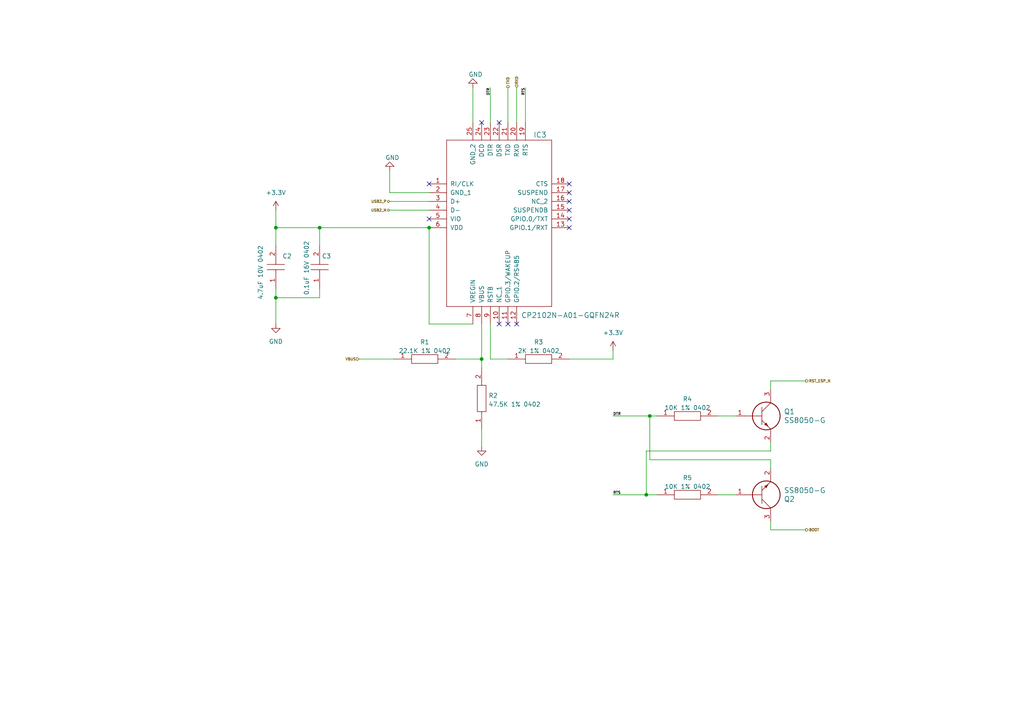
<source format=kicad_sch>
(kicad_sch (version 20211123) (generator eeschema)
  (paper "A4")
  (title_block (date "2021-11-15") (rev "v2.0"))
  (lib_symbols
    (symbol "esp32_moisture-eagle-import:CP2102N-A01-GQFN24R" (pin_names (offset 1.016))
      (property "Reference" "IC" (at 36.83 17.78 0))
      (property "Value" "CP2102N-A01-GQFN24R" (at 36.83 15.24 0))
      (symbol "CP2102N-A01-GQFN24R_1_0"
        (polyline (pts (xy 5.08 12.7) (xy 5.08 -35.56)))
        (polyline (pts (xy 5.08 12.7) (xy 35.56 12.7)))
        (polyline (pts (xy 35.56 -35.56) (xy 5.08 -35.56)))
        (polyline (pts (xy 35.56 -35.56) (xy 35.56 12.7)))
        (pin bidirectional line (at 0 0 0) (length 5.08) (name "RI/CLK") (number "1"))
        (pin bidirectional line (at 20.32 -40.64 90) (length 5.08) (name "NC_1") (number "10"))
        (pin bidirectional line (at 22.86 -40.64 90) (length 5.08) (name "GPIO.3/WAKEUP") (number "11"))
        (pin bidirectional line (at 25.4 -40.64 90) (length 5.08) (name "GPIO.2/RS485") (number "12"))
        (pin bidirectional line (at 40.64 -12.7 180) (length 5.08) (name "GPIO.1/RXT") (number "13"))
        (pin bidirectional line (at 40.64 -10.16 180) (length 5.08) (name "GPIO.0/TXT") (number "14"))
        (pin bidirectional line (at 40.64 -7.62 180) (length 5.08) (name "SUSPENDB") (number "15"))
        (pin bidirectional line (at 40.64 -5.08 180) (length 5.08) (name "NC_2") (number "16"))
        (pin bidirectional line (at 40.64 -2.54 180) (length 5.08) (name "SUSPEND") (number "17"))
        (pin bidirectional line (at 40.64 0 180) (length 5.08) (name "CTS") (number "18"))
        (pin bidirectional line (at 27.94 17.78 270) (length 5.08) (name "RTS") (number "19"))
        (pin bidirectional line (at 0 -2.54 0) (length 5.08) (name "GND_1") (number "2"))
        (pin bidirectional line (at 25.4 17.78 270) (length 5.08) (name "RXD") (number "20"))
        (pin bidirectional line (at 22.86 17.78 270) (length 5.08) (name "TXD") (number "21"))
        (pin bidirectional line (at 20.32 17.78 270) (length 5.08) (name "DSR") (number "22"))
        (pin bidirectional line (at 17.78 17.78 270) (length 5.08) (name "DTR") (number "23"))
        (pin bidirectional line (at 15.24 17.78 270) (length 5.08) (name "DCD") (number "24"))
        (pin bidirectional line (at 12.7 17.78 270) (length 5.08) (name "GND_2") (number "25"))
        (pin bidirectional line (at 0 -5.08 0) (length 5.08) (name "D+") (number "3"))
        (pin bidirectional line (at 0 -7.62 0) (length 5.08) (name "D-") (number "4"))
        (pin bidirectional line (at 0 -10.16 0) (length 5.08) (name "VIO") (number "5"))
        (pin bidirectional line (at 0 -12.7 0) (length 5.08) (name "VDD") (number "6"))
        (pin bidirectional line (at 12.7 -40.64 90) (length 5.08) (name "VREGIN") (number "7"))
        (pin bidirectional line (at 15.24 -40.64 90) (length 5.08) (name "VBUS") (number "8"))
        (pin bidirectional line (at 17.78 -40.64 90) (length 5.08) (name "RSTB") (number "9"))
      )
    )
    (symbol "esp32_moisture-eagle-import:SS8050-G" (pin_names (offset 1.016))
      (property "Reference" "Q" (at 13.97 1.27 0))
      (property "Value" "SS8050-G" (at 13.97 -1.27 0))
      (symbol "SS8050-G_1_0"
        (polyline (pts (xy 2.54 0) (xy 7.62 0)))
        (polyline (pts (xy 7.62 -1.27) (xy 10.16 -3.81)))
        (polyline (pts (xy 7.62 1.27) (xy 10.16 3.81)))
        (polyline (pts (xy 7.62 2.54) (xy 7.62 -2.54)))
        (polyline (pts (xy 10.16 -3.81) (xy 10.16 -5.08)))
        (polyline (pts (xy 10.16 3.81) (xy 10.16 5.08)))
        (polyline (pts (xy 8.382 -2.54) (xy 8.89 -2.032) (xy 9.398 -3.048)) (fill (type outline)))
        (circle (center 8.89 0) (radius 4.0132) (stroke (width 0.254)))
        (pin bidirectional line (at 0 0 0) (length 2.54) (name "B") (number "1"))
        (pin bidirectional line (at 10.16 -7.62 90) (length 2.54) (name "E") (number "2"))
        (pin bidirectional line (at 10.16 7.62 270) (length 2.54) (name "C") (number "3"))
      )
    )
    (symbol "my_cap:0.1uF 16V 0402" (pin_names (offset 0.762))
      (property "Reference" "C" (at 8.89 6.35 0))
      (property "Value" "0.1uF 16V 0402" (at 8.89 3.81 0))
      (symbol "0.1uF 16V 0402_0_0"
        (pin passive line (at 0 0 0) (length 5.08) (name "~") (number "1"))
        (pin passive line (at 12.7 0 180) (length 5.08) (name "~") (number "2"))
      )
      (symbol "0.1uF 16V 0402_0_1"
        (polyline (pts (xy 5.08 0) (xy 5.588 0)) (stroke (width 0.1524)))
        (polyline (pts (xy 5.588 2.54) (xy 5.588 -2.54)) (stroke (width 0.1524)))
        (polyline (pts (xy 7.112 0) (xy 7.62 0)) (stroke (width 0.1524)))
        (polyline (pts (xy 7.112 2.54) (xy 7.112 -2.54)) (stroke (width 0.1524)))
      )
    )
    (symbol "my_cap:4.7uF 10V 0402" (pin_names (offset 0.762))
      (property "Reference" "C" (at 8.89 6.35 0))
      (property "Value" "4.7uF 10V 0402" (at 8.89 3.81 0))
      (symbol "4.7uF 10V 0402_0_0"
        (pin passive line (at 0 0 0) (length 5.08) (name "~") (number "1"))
        (pin passive line (at 12.7 0 180) (length 5.08) (name "~") (number "2"))
      )
      (symbol "4.7uF 10V 0402_0_1"
        (polyline (pts (xy 5.08 0) (xy 5.588 0)) (stroke (width 0.1524)))
        (polyline (pts (xy 5.588 2.54) (xy 5.588 -2.54)) (stroke (width 0.1524)))
        (polyline (pts (xy 7.112 0) (xy 7.62 0)) (stroke (width 0.1524)))
        (polyline (pts (xy 7.112 2.54) (xy 7.112 -2.54)) (stroke (width 0.1524)))
      )
    )
    (symbol "my_res:10K 1% 0402" (pin_names (offset 0.762))
      (property "Reference" "R" (at 13.97 6.35 0))
      (property "Value" "10K 1% 0402" (at 13.97 3.81 0))
      (symbol "10K 1% 0402_0_0"
        (pin passive line (at 0 0 0) (length 5.08) (name "~") (number "1"))
        (pin passive line (at 17.78 0 180) (length 5.08) (name "~") (number "2"))
      )
      (symbol "10K 1% 0402_0_1"
        (polyline (pts (xy 5.08 1.27) (xy 12.7 1.27) (xy 12.7 -1.27) (xy 5.08 -1.27) (xy 5.08 1.27)) (stroke (width 0.1524)))
      )
    )
    (symbol "my_res:22.1K 1% 0402" (pin_names (offset 0.762))
      (property "Reference" "R" (at 13.97 6.35 0))
      (property "Value" "22.1K 1% 0402" (at 13.97 3.81 0))
      (symbol "22.1K 1% 0402_0_0"
        (pin passive line (at 0 0 0) (length 5.08) (name "~") (number "1"))
        (pin passive line (at 17.78 0 180) (length 5.08) (name "~") (number "2"))
      )
      (symbol "22.1K 1% 0402_0_1"
        (polyline (pts (xy 5.08 1.27) (xy 12.7 1.27) (xy 12.7 -1.27) (xy 5.08 -1.27) (xy 5.08 1.27)) (stroke (width 0.1524)))
      )
    )
    (symbol "my_res:2K 1% 0402" (pin_names (offset 0.762))
      (property "Reference" "R" (at 13.97 6.35 0))
      (property "Value" "2K 1% 0402" (at 13.97 3.81 0))
      (symbol "2K 1% 0402_0_0"
        (pin passive line (at 0 0 0) (length 5.08) (name "~") (number "1"))
        (pin passive line (at 17.78 0 180) (length 5.08) (name "~") (number "2"))
      )
      (symbol "2K 1% 0402_0_1"
        (polyline (pts (xy 5.08 1.27) (xy 12.7 1.27) (xy 12.7 -1.27) (xy 5.08 -1.27) (xy 5.08 1.27)) (stroke (width 0.1524)))
      )
    )
    (symbol "my_res:47.5K 1% 0402 " (pin_names (offset 0.762))
      (property "Reference" "R" (at 13.97 6.35 0))
      (property "Value" "47.5K 1% 0402 " (at 13.97 3.81 0))
      (symbol "47.5K 1% 0402 _0_0"
        (pin passive line (at 0 0 0) (length 5.08) (name "~") (number "1"))
        (pin passive line (at 17.78 0 180) (length 5.08) (name "~") (number "2"))
      )
      (symbol "47.5K 1% 0402 _0_1"
        (polyline (pts (xy 5.08 1.27) (xy 12.7 1.27) (xy 12.7 -1.27) (xy 5.08 -1.27) (xy 5.08 1.27)) (stroke (width 0.1524)))
      )
    )
    (symbol "power:+3.3V" (power) (pin_names (offset 0))
      (property "Value" "+3.3V" (at 0 3.556 0))
      (symbol "+3.3V_0_1"
        (polyline (pts (xy -0.762 1.27) (xy 0 2.54)))
        (polyline (pts (xy 0 0) (xy 0 2.54)))
        (polyline (pts (xy 0 2.54) (xy 0.762 1.27)))
      )
      (symbol "+3.3V_1_1"
        (pin power_in line (at 0 0 90) (length 0) hide (name "+3.3V") (number "1"))
      )
    )
    (symbol "power:GND" (power) (pin_names (offset 0))
      (property "Value" "GND" (at 0 -3.81 0))
      (symbol "GND_0_1"
        (polyline (pts (xy 0 0) (xy 0 -1.27) (xy 1.27 -1.27) (xy 0 -2.54) (xy -1.27 -1.27) (xy 0 -1.27)))
      )
      (symbol "GND_1_1"
        (pin power_in line (at 0 0 270) (length 0) hide (name "GND") (number "1"))
      )
    )
  )
  (junction (at 92.71 66.04))
  (junction (at 139.7 104.14))
  (junction (at 124.46 66.04))
  (junction (at 80.01 66.04))
  (junction (at 187.452 143.51))
  (junction (at 80.01 86.36))
  (junction (at 188.468 120.65))
  (no_connect (at 165.1 66.04))
  (no_connect (at 165.1 63.5))
  (no_connect (at 124.46 63.5))
  (no_connect (at 124.46 53.34))
  (no_connect (at 144.78 35.56))
  (no_connect (at 139.7 35.56))
  (no_connect (at 165.1 53.34))
  (no_connect (at 165.1 55.88))
  (no_connect (at 165.1 58.42))
  (no_connect (at 165.1 60.96))
  (no_connect (at 144.78 93.98))
  (no_connect (at 147.32 93.98))
  (no_connect (at 149.86 93.98))
  (wire (pts (xy 223.52 113.03) (xy 223.52 110.49)))
  (wire (pts (xy 213.36 120.65) (xy 208.28 120.65)))
  (wire (pts (xy 113.03 55.88) (xy 124.46 55.88)))
  (wire (pts (xy 124.46 66.04) (xy 92.71 66.04)))
  (wire (pts (xy 114.3 104.14) (xy 104.14 104.14)))
  (wire (pts (xy 223.52 110.49) (xy 233.68 110.49)))
  (wire (pts (xy 139.7 129.54) (xy 139.7 124.46)))
  (wire (pts (xy 147.32 35.56) (xy 147.32 25.4)))
  (wire (pts (xy 190.5 120.65) (xy 188.468 120.65)))
  (wire (pts (xy 223.52 153.67) (xy 233.68 153.67)))
  (wire (pts (xy 165.1 104.14) (xy 177.8 104.14)))
  (wire (pts (xy 187.452 143.51) (xy 177.8 143.51)))
  (wire (pts (xy 92.71 71.12) (xy 92.71 66.04)))
  (wire (pts (xy 80.01 71.12) (xy 80.01 66.04)))
  (wire (pts (xy 188.468 133.35) (xy 188.468 120.65)))
  (wire (pts (xy 92.71 83.82) (xy 92.71 86.36)))
  (wire (pts (xy 147.32 104.14) (xy 142.24 104.14)))
  (wire (pts (xy 92.71 66.04) (xy 80.01 66.04)))
  (wire (pts (xy 187.452 143.51) (xy 187.452 130.81)))
  (wire (pts (xy 223.52 130.81) (xy 223.52 128.27)))
  (wire (pts (xy 113.03 49.53) (xy 113.03 55.88)))
  (wire (pts (xy 124.46 58.42) (xy 113.03 58.42)))
  (wire (pts (xy 187.452 130.81) (xy 223.52 130.81)))
  (wire (pts (xy 124.46 66.04) (xy 124.46 93.98)))
  (wire (pts (xy 188.468 133.35) (xy 223.52 133.35)))
  (wire (pts (xy 213.36 143.51) (xy 208.28 143.51)))
  (wire (pts (xy 124.46 60.96) (xy 113.03 60.96)))
  (wire (pts (xy 139.7 104.14) (xy 139.7 106.68)))
  (wire (pts (xy 149.86 35.56) (xy 149.86 25.4)))
  (wire (pts (xy 223.52 133.35) (xy 223.52 135.89)))
  (wire (pts (xy 223.52 151.13) (xy 223.52 153.67)))
  (wire (pts (xy 139.7 93.98) (xy 139.7 104.14)))
  (wire (pts (xy 142.24 35.56) (xy 142.24 25.4)))
  (wire (pts (xy 132.08 104.14) (xy 139.7 104.14)))
  (wire (pts (xy 177.8 104.14) (xy 177.8 101.6)))
  (wire (pts (xy 92.71 86.36) (xy 80.01 86.36)))
  (wire (pts (xy 80.01 93.98) (xy 80.01 86.36)))
  (wire (pts (xy 137.16 35.56) (xy 137.16 25.4)))
  (wire (pts (xy 142.24 104.14) (xy 142.24 93.98)))
  (wire (pts (xy 80.01 86.36) (xy 80.01 83.82)))
  (wire (pts (xy 124.46 93.98) (xy 137.16 93.98)))
  (wire (pts (xy 152.4 35.56) (xy 152.4 25.4)))
  (wire (pts (xy 188.468 120.65) (xy 177.8 120.65)))
  (wire (pts (xy 190.5 143.51) (xy 187.452 143.51)))
  (wire (pts (xy 80.01 60.96) (xy 80.01 66.04)))
  (label "RTS" (at 152.4 25.4 270) (effects (font (size 0.762 0.762))))
  (label "RTS" (at 177.8 143.51 0) (effects (font (size 0.762 0.762))))
  (label "DTR" (at 177.8 120.65 0) (effects (font (size 0.762 0.762))))
  (label "DTR" (at 142.24 25.4 270) (effects (font (size 0.762 0.762))))
  (hierarchical_label "USB2_P" (shape bidirectional) (at 113.03 58.42 180) (effects (font (size 0.762 0.762))))
  (hierarchical_label "BOOT" (shape output) (at 233.68 153.67 0) (effects (font (size 0.762 0.762))))
  (hierarchical_label "USB2_N" (shape bidirectional) (at 113.03 60.96 180) (effects (font (size 0.762 0.762))))
  (hierarchical_label "VBUS" (shape input) (at 104.14 104.14 180) (effects (font (size 0.762 0.762))))
  (hierarchical_label "TXD" (shape output) (at 147.32 25.4 90) (effects (font (size 0.762 0.762))))
  (hierarchical_label "RXD" (shape input) (at 149.86 25.4 90) (effects (font (size 0.762 0.762))))
  (hierarchical_label "RST_ESP_N" (shape output) (at 233.68 110.49 0) (effects (font (size 0.762 0.762))))
  (symbol (lib_id "esp32_moisture-eagle-import:CP2102N-A01-GQFN24R") (at 124.46 53.34 0) (unit 1)
    (property "Reference" "IC3" (at 154.686 39.116 0) (effects (font (size 1.4986 1.4986)) (justify left)))
    (property "Value" "CP2102N-A01-GQFN24R" (at 151.13 91.44 0) (effects (font (size 1.4986 1.4986)) (justify left)))
    (property "Footprint" "esp32_moisture:QFN50P400X400X80-25N" (effects hide))
  )
  (symbol (lib_id "esp32_moisture-eagle-import:SS8050-G") (at 213.36 120.65 0) (unit 1)
    (property "Reference" "Q1" (at 227.33 119.38 0) (effects (font (size 1.4986 1.4986)) (justify left)))
    (property "Value" "SS8050-G" (at 227.33 121.92 0) (effects (font (size 1.4986 1.4986)) (justify left)))
    (property "Footprint" "esp32_moisture:SOT95P240X115-3N" (effects hide))
  )
  (symbol (lib_id "esp32_moisture-eagle-import:SS8050-G") (at 213.36 143.51 0) (mirror x) (unit 1)
    (property "Reference" "Q2" (at 227.33 144.78 0) (effects (font (size 1.4986 1.4986)) (justify left)))
    (property "Value" "SS8050-G" (at 227.33 142.24 0) (effects (font (size 1.4986 1.4986)) (justify left)))
    (property "Footprint" "esp32_moisture:SOT95P240X115-3N" (effects hide))
  )
  (symbol (lib_id "power:GND") (at 137.16 25.4 180) (unit 1)
    (property "Reference" "#PWR010" (effects hide))
    (property "Value" "GND" (at 135.89 21.59 0) (effects (justify right)))
  )
  (symbol (lib_id "power:GND") (at 139.7 129.54 0) (unit 1)
    (property "Reference" "#PWR011" (effects hide))
    (property "Value" "GND" (at 139.7 134.62 0))
  )
  (symbol (lib_id "my_res:2K 1% 0402") (at 147.32 104.14 0) (unit 1)
    (property "Reference" "R3" (at 156.21 99.221 0))
    (property "Value" "2K 1% 0402" (at 156.21 101.7579 0))
    (property "Footprint" "R_0402_1005Metric" (effects hide))
    (property "Datasheet" "https://www.bourns.com/pdfs/CR0402.pdf" (effects hide))
    (property "Description" "Thick Film Resistors - SMD 2K OHM 1%" (effects hide))
    (property "Height" "0.37" (effects hide))
    (property "Manufacturer_Name" "Bourns" (effects hide))
    (property "Manufacturer_Part_Number" "CR0402-FX-2001GLF" (effects hide))
    (property "Mouser Part Number" "652-CR0402FX-2001GLF" (effects hide))
    (property "Mouser Price/Stock" "https://www.mouser.co.uk/ProductDetail/Bourns/CR0402-FX-2001GLF?qs=JflQ4L8so%2FtYtgzhGozOsg%3D%3D" (effects hide))
    (property "Arrow Part Number" "CR0402-FX-2001GLF" (effects hide))
    (property "Arrow Price/Stock" "https://www.arrow.com/en/products/cr0402-fx-2001glf/bourns" (effects hide))
  )
  (symbol (lib_id "my_cap:0.1uF 16V 0402") (at 92.71 83.82 90) (unit 1)
    (property "Reference" "C3" (at 93.345 74.295 90) (effects (justify right)))
    (property "Value" "0.1uF 16V 0402" (at 88.9 69.85 0) (effects (justify right)))
    (property "Footprint" "C_0402_1005Metric" (effects hide))
    (property "Datasheet" "https://datasheet.datasheetarchive.com/originals/distributors/Datasheets_SAMA/ec4f1577dddcc7a13ddad897a28002d3.pdf" (effects hide))
    (property "Description" "Ceramic  SMT capacitor 100nF 16Vdc Murata 0402 GRM 100nF Ceramic Multilayer Capacitor, 16 V dc X7R Dielectric ??10%" (effects hide))
    (property "Height" "0.55" (effects hide))
    (property "Manufacturer_Name" "Murata Electronics" (effects hide))
    (property "Manufacturer_Part_Number" "GRM155R71C104KA88D" (effects hide))
    (property "Mouser Part Number" "N/A" (effects hide))
    (property "Arrow Part Number" "GRM155R71C104KA88D" (effects hide))
    (property "Arrow Price/Stock" "https://www.arrow.com/en/products/grm155r71c104ka88d/murata-manufacturing?region=nac" (effects hide))
  )
  (symbol (lib_id "power:+3.3V") (at 177.8 101.6 0) (unit 1)
    (property "Reference" "#PWR030" (effects hide))
    (property "Value" "+3.3V" (at 177.8 96.52 0))
  )
  (symbol (lib_id "my_res:10K 1% 0402") (at 190.5 143.51 0) (unit 1)
    (property "Reference" "R5" (at 199.39 138.591 0))
    (property "Value" "10K 1% 0402" (at 199.39 141.1279 0))
    (property "Footprint" "R_0402_1005Metric" (effects hide))
    (property "Datasheet" "https://www.yageo.com/upload/media/product/productsearch/datasheet/rchip/PYu-AC_51_RoHS_L_7.pdf" (effects hide))
    (property "Description" "Yageo 10k, 0402 Thick Film Resistor 1% 0.0625W - AC0402FR-0710KL" (effects hide))
    (property "Height" "0.37" (effects hide))
    (property "Manufacturer_Name" "YAGEO (PHYCOMP)" (effects hide))
    (property "Manufacturer_Part_Number" "AC0402FR-0710KL" (effects hide))
    (property "Mouser Part Number" "603-AC0402FR-0710KL" (effects hide))
    (property "Mouser Price/Stock" "https://www.mouser.co.uk/ProductDetail/Yageo/AC0402FR-0710KL?qs=yhV1fb9g%2FKYkR5U3B7upEQ%3D%3D" (effects hide))
    (property "Arrow Part Number" "AC0402FR-0710KL" (effects hide))
    (property "Arrow Price/Stock" "https://www.arrow.com/en/products/ac0402fr-0710kl/yageo" (effects hide))
  )
  (symbol (lib_id "power:GND") (at 113.03 49.53 180) (unit 1)
    (property "Reference" "#PWR09" (effects hide))
    (property "Value" "GND" (at 111.76 45.72 0) (effects (justify right)))
  )
  (symbol (lib_id "my_cap:4.7uF 10V 0402") (at 80.01 83.82 90) (unit 1)
    (property "Reference" "C2" (at 81.915 74.295 90) (effects (justify right)))
    (property "Value" "4.7uF 10V 0402" (at 75.565 71.12 0) (effects (justify right)))
    (property "Footprint" "C_0402_1005Metric" (effects hide))
    (property "Datasheet" "https://product.tdk.com/system/files/dam/doc/product/capacitor/ceramic/mlcc/catalog/mlcc_commercial_general_en.pdf" (effects hide))
    (property "Description" "MULTILAYER CERAMIC CHIP CAPACITORS, 1005, Commercial grade, general (Up to 75V)" (effects hide))
    (property "Height" "0.55" (effects hide))
    (property "Manufacturer_Name" "TDK" (effects hide))
    (property "Manufacturer_Part_Number" "C1005X5R1A475K050BC" (effects hide))
    (property "Mouser Part Number" "810-C1005X5R1A475KBC" (effects hide))
    (property "Mouser Price/Stock" "https://www.mouser.co.uk/ProductDetail/TDK/C1005X5R1A475K050BC?qs=6JAMGB%252BEdkwNVJnvSHlfuQ%3D%3D" (effects hide))
    (property "Arrow Part Number" "C1005X5R1A475K050BC" (effects hide))
    (property "Arrow Price/Stock" "https://www.arrow.com/en/products/c1005x5r1a475k050bc/tdk?region=nac" (effects hide))
  )
  (symbol (lib_id "my_res:10K 1% 0402") (at 190.5 120.65 0) (unit 1)
    (property "Reference" "R4" (at 199.39 115.731 0))
    (property "Value" "10K 1% 0402" (at 199.39 118.2679 0))
    (property "Footprint" "R_0402_1005Metric" (effects hide))
    (property "Datasheet" "https://www.yageo.com/upload/media/product/productsearch/datasheet/rchip/PYu-AC_51_RoHS_L_7.pdf" (effects hide))
    (property "Description" "Yageo 10k, 0402 Thick Film Resistor 1% 0.0625W - AC0402FR-0710KL" (effects hide))
    (property "Height" "0.37" (effects hide))
    (property "Manufacturer_Name" "YAGEO (PHYCOMP)" (effects hide))
    (property "Manufacturer_Part_Number" "AC0402FR-0710KL" (effects hide))
    (property "Mouser Part Number" "603-AC0402FR-0710KL" (effects hide))
    (property "Mouser Price/Stock" "https://www.mouser.co.uk/ProductDetail/Yageo/AC0402FR-0710KL?qs=yhV1fb9g%2FKYkR5U3B7upEQ%3D%3D" (effects hide))
    (property "Arrow Part Number" "AC0402FR-0710KL" (effects hide))
    (property "Arrow Price/Stock" "https://www.arrow.com/en/products/ac0402fr-0710kl/yageo" (effects hide))
  )
  (symbol (lib_id "power:GND") (at 80.01 93.98 0) (unit 1)
    (property "Reference" "#PWR08" (effects hide))
    (property "Value" "GND" (at 80.01 99.06 0))
  )
  (symbol (lib_id "power:+3.3V") (at 80.01 60.96 0) (unit 1)
    (property "Reference" "#PWR029" (effects hide))
    (property "Value" "+3.3V" (at 80.01 55.88 0))
  )
  (symbol (lib_id "my_res:22.1K 1% 0402") (at 114.3 104.14 0) (unit 1)
    (property "Reference" "R1" (at 123.19 99.221 0))
    (property "Value" "22.1K 1% 0402" (at 123.19 101.7579 0))
    (property "Footprint" "R_0402_1005Metric" (effects hide))
    (property "Datasheet" "http://www.vishay.com/docs/20035/dcrcwe3.pdf" (effects hide))
    (property "Description" "Vishay CRCW Series Thick Film Surface Mount Resistor 402 Case 22.1k +/-1% 0.063W +/-100ppm/C" (effects hide))
    (property "Height" "0.4" (effects hide))
    (property "Manufacturer_Name" "Vishay" (effects hide))
    (property "Manufacturer_Part_Number" "CRCW040222K1FKED" (effects hide))
    (property "Mouser Part Number" "71-CRCW0402-22.1K-E3" (effects hide))
    (property "Mouser Price/Stock" "https://www.mouser.co.uk/ProductDetail/Vishay-Dale/CRCW040222K1FKED?qs=oYI6rOI5zkv%2FV1tTZIsV7A%3D%3D" (effects hide))
    (property "Arrow Part Number" "CRCW040222K1FKED" (effects hide))
    (property "Arrow Price/Stock" "https://www.arrow.com/en/products/crcw040222k1fked/vishay" (effects hide))
  )
  (symbol (lib_id "my_res:47.5K 1% 0402 ") (at 139.7 124.46 90) (unit 1)
    (property "Reference" "R2" (at 141.6812 114.7353 90) (effects (justify right)))
    (property "Value" "47.5K 1% 0402 " (at 141.6812 117.2722 90) (effects (justify right)))
    (property "Footprint" "R_0402_1005Metric" (effects hide))
    (property "Datasheet" "https://datasheet.datasheetarchive.com/originals/distributors/Datasheets_SAMA/902f9e387b938f871d31120f5fc1d65e.pdf" (effects hide))
    (property "Description" "RESISTOR, 0402 47.5K Ohms +/-1% 1/16 W" (effects hide))
    (property "Height" "0.4" (effects hide))
    (property "Manufacturer_Name" "KEMET" (effects hide))
    (property "Manufacturer_Part_Number" "RC0402FR-0747K5L" (effects hide))
    (property "Mouser Part Number" "603-RC0402FR-0747K5L" (effects hide))
    (property "Mouser Price/Stock" "https://www.mouser.co.uk/ProductDetail/YAGEO/RC0402FR-0747K5L?qs=V1yeUXFNrklfu86Rfgihxg%3D%3D" (effects hide))
    (property "Arrow Part Number" "RC0402FR-0747K5L" (effects hide))
    (property "Arrow Price/Stock" "https://www.arrow.com/en/products/rc0402fr-0747k5l/yageo" (effects hide))
  )
)
</source>
